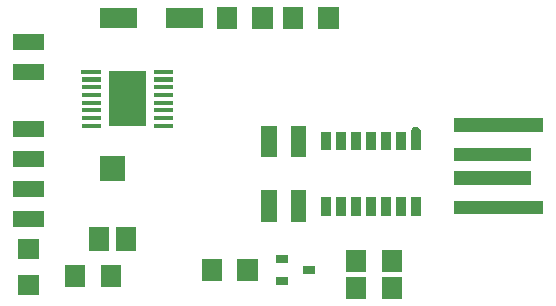
<source format=gbr>
%MOIN*%
%LPD*%
%FSLAX66Y66*%
G01*
G36*
X0229110Y0698401D02*
X0229110Y0751431D01*
X0331159Y0751431D01*
X0331159Y0698401D01*
X0229110Y0698401D01*
X0229110Y0698401D01*
G37*
G36*
X0229110Y0798458D02*
X0229110Y0851489D01*
X0331159Y0851489D01*
X0331159Y0798458D01*
X0229110Y0798458D01*
X0229110Y0798458D01*
G37*
G36*
X0229110Y0898516D02*
X0229110Y0952547D01*
X0331159Y0952547D01*
X0331159Y0898516D01*
X0229110Y0898516D01*
X0229110Y0898516D01*
G37*
G36*
X0229110Y0999574D02*
X0229110Y1051603D01*
X0331159Y1051603D01*
X0331159Y0999574D01*
X0229110Y0999574D01*
X0229110Y0999574D01*
G37*
G36*
X0229110Y1188682D02*
X0229110Y1241712D01*
X0331159Y1241712D01*
X0331159Y1188682D01*
X0229110Y1188682D01*
X0229110Y1188682D01*
G37*
G36*
X0229110Y1288739D02*
X0229110Y1341770D01*
X0331159Y1341770D01*
X0331159Y1288739D01*
X0229110Y1288739D01*
X0229110Y1288739D01*
G37*
G36*
X0457220Y1208693D02*
X0457220Y1209694D01*
X0454218Y1212696D01*
X0454218Y1218699D01*
X0456219Y1220700D01*
X0458220Y1221701D01*
X0521251Y1221701D01*
X0521251Y1208693D01*
X0457220Y1208693D01*
X0457220Y1208693D01*
G37*
G36*
X0459221Y1182679D02*
X0459221Y1196687D01*
X0521251Y1196687D01*
X0521251Y1182679D01*
X0459221Y1182679D01*
X0459221Y1182679D01*
G37*
G36*
X0459221Y1157664D02*
X0459221Y1170672D01*
X0521251Y1170672D01*
X0521251Y1157664D01*
X0459221Y1157664D01*
X0459221Y1157664D01*
G37*
G36*
X0459221Y1131649D02*
X0459221Y1145657D01*
X0521251Y1145657D01*
X0521251Y1131649D01*
X0459221Y1131649D01*
X0459221Y1131649D01*
G37*
G36*
X0459221Y1105634D02*
X0459221Y1119642D01*
X0521251Y1119642D01*
X0521251Y1105634D01*
X0459221Y1105634D01*
X0459221Y1105634D01*
G37*
G36*
X0459221Y1080620D02*
X0459221Y1093627D01*
X0521251Y1093627D01*
X0521251Y1080620D01*
X0459221Y1080620D01*
X0459221Y1080620D01*
G37*
G36*
X0459221Y1054605D02*
X0459221Y1068613D01*
X0521251Y1068613D01*
X0521251Y1054605D01*
X0459221Y1054605D01*
X0459221Y1054605D01*
G37*
G36*
X0459221Y1029591D02*
X0459221Y1042598D01*
X0521251Y1042598D01*
X0521251Y1029591D01*
X0459221Y1029591D01*
X0459221Y1029591D01*
G37*
G36*
X0548264Y1033593D02*
X0548264Y1216698D01*
X0672323Y1216698D01*
X0672323Y1033593D01*
X0548264Y1033593D01*
X0548264Y1033593D01*
G37*
G36*
X0699336Y1029591D02*
X0699336Y1042598D01*
X0761366Y1042598D01*
X0761366Y1029591D01*
X0699336Y1029591D01*
X0699336Y1029591D01*
G37*
G36*
X0699336Y1054605D02*
X0699336Y1068613D01*
X0761366Y1068613D01*
X0761366Y1054605D01*
X0699336Y1054605D01*
X0699336Y1054605D01*
G37*
G36*
X0699336Y1080620D02*
X0699336Y1093627D01*
X0761366Y1093627D01*
X0761366Y1080620D01*
X0699336Y1080620D01*
X0699336Y1080620D01*
G37*
G36*
X0699336Y1105634D02*
X0699336Y1119642D01*
X0761366Y1119642D01*
X0761366Y1105634D01*
X0699336Y1105634D01*
X0699336Y1105634D01*
G37*
G36*
X0699336Y1131649D02*
X0699336Y1145657D01*
X0761366Y1145657D01*
X0761366Y1131649D01*
X0699336Y1131649D01*
X0699336Y1131649D01*
G37*
G36*
X0699336Y1157664D02*
X0699336Y1170672D01*
X0761366Y1170672D01*
X0761366Y1157664D01*
X0699336Y1157664D01*
X0699336Y1157664D01*
G37*
G36*
X0699336Y1182679D02*
X0699336Y1196687D01*
X0761366Y1196687D01*
X0761366Y1182679D01*
X0699336Y1182679D01*
X0699336Y1182679D01*
G37*
G36*
X0699336Y1208693D02*
X0699336Y1221701D01*
X0761366Y1221701D01*
X0761366Y1208693D01*
X0699336Y1208693D01*
X0699336Y1208693D01*
G37*
G36*
X0739355Y1361781D02*
X0739355Y1429820D01*
X0861414Y1429820D01*
X0861414Y1361781D01*
X0739355Y1361781D01*
X0739355Y1361781D01*
G37*
G36*
X0907436Y1359780D02*
X0907436Y1430821D01*
X0973468Y1430821D01*
X0973468Y1359780D01*
X0907436Y1359780D01*
X0907436Y1359780D01*
G37*
G36*
X1026493Y1359780D02*
X1026493Y1430821D01*
X1093526Y1430821D01*
X1093526Y1359780D01*
X1026493Y1359780D01*
X1026493Y1359780D01*
G37*
G36*
X1127542Y1359780D02*
X1127542Y1430821D01*
X1193574Y1430821D01*
X1193574Y1359780D01*
X1127542Y1359780D01*
X1127542Y1359780D01*
G37*
G36*
X1246599Y1359780D02*
X1246599Y1430821D01*
X1314632Y1430821D01*
X1314632Y1359780D01*
X1246599Y1359780D01*
X1246599Y1359780D01*
G37*
G36*
X1253603Y0953547D02*
X1253603Y1016583D01*
X1287619Y1016583D01*
X1287619Y0953547D01*
X1253603Y0953547D01*
X1253603Y0953547D01*
G37*
G36*
X1303627Y0953547D02*
X1303627Y1016583D01*
X1337643Y1016583D01*
X1337643Y0953547D01*
X1303627Y0953547D01*
X1303627Y0953547D01*
G37*
G36*
X1354651Y0953547D02*
X1354651Y1016583D01*
X1386667Y1016583D01*
X1386667Y0953547D01*
X1354651Y0953547D01*
X1354651Y0953547D01*
G37*
G36*
X1403675Y0953547D02*
X1403675Y1016583D01*
X1436691Y1016583D01*
X1436691Y0953547D01*
X1403675Y0953547D01*
X1403675Y0953547D01*
G37*
G36*
X1453699Y0953547D02*
X1453699Y1016583D01*
X1486715Y1016583D01*
X1486715Y0953547D01*
X1453699Y0953547D01*
X1453699Y0953547D01*
G37*
G36*
X1503723Y0953547D02*
X1503723Y1016583D01*
X1537739Y1016583D01*
X1537739Y0953547D01*
X1503723Y0953547D01*
X1503723Y0953547D01*
G37*
G36*
X1553747Y0953547D02*
X1553747Y1017584D01*
X1554747Y1019585D01*
X1554747Y1022587D01*
X1557749Y1026589D01*
X1559750Y1028590D01*
X1562751Y1030591D01*
X1564752Y1031592D01*
X1577758Y1031592D01*
X1581760Y1028590D01*
X1583761Y1026589D01*
X1585762Y1023587D01*
X1586763Y1021586D01*
X1586763Y0953547D01*
X1553747Y0953547D01*
X1553747Y0953547D01*
G37*
G36*
X1698817Y0917526D02*
X1698817Y0960551D01*
X1953939Y0960551D01*
X1953939Y0917526D01*
X1698817Y0917526D01*
X1698817Y0917526D01*
G37*
G36*
X1698817Y0839482D02*
X1698817Y0883507D01*
X1953939Y0883507D01*
X1953939Y0839482D01*
X1698817Y0839482D01*
X1698817Y0839482D01*
G37*
G36*
X1698817Y0740425D02*
X1698817Y0784450D01*
X1993958Y0784450D01*
X1993958Y0740425D01*
X1698817Y0740425D01*
X1698817Y0740425D01*
G37*
G36*
X1553747Y0733421D02*
X1553747Y0797458D01*
X1586763Y0797458D01*
X1586763Y0733421D01*
X1553747Y0733421D01*
X1553747Y0733421D01*
G37*
G36*
X1503723Y0733421D02*
X1503723Y0797458D01*
X1537739Y0797458D01*
X1537739Y0733421D01*
X1503723Y0733421D01*
X1503723Y0733421D01*
G37*
G36*
X1453699Y0733421D02*
X1453699Y0797458D01*
X1486715Y0797458D01*
X1486715Y0733421D01*
X1453699Y0733421D01*
X1453699Y0733421D01*
G37*
G36*
X1403675Y0733421D02*
X1403675Y0797458D01*
X1436691Y0797458D01*
X1436691Y0733421D01*
X1403675Y0733421D01*
X1403675Y0733421D01*
G37*
G36*
X1354651Y0733421D02*
X1354651Y0797458D01*
X1386667Y0797458D01*
X1386667Y0733421D01*
X1354651Y0733421D01*
X1354651Y0733421D01*
G37*
G36*
X1303627Y0733421D02*
X1303627Y0797458D01*
X1337643Y0797458D01*
X1337643Y0733421D01*
X1303627Y0733421D01*
X1303627Y0733421D01*
G37*
G36*
X1253603Y0733421D02*
X1253603Y0797458D01*
X1287619Y0797458D01*
X1287619Y0733421D01*
X1253603Y0733421D01*
X1253603Y0733421D01*
G37*
G36*
X1154555Y0716411D02*
X1154555Y0820471D01*
X1206580Y0820471D01*
X1206580Y0716411D01*
X1154555Y0716411D01*
X1154555Y0716411D01*
G37*
G36*
X1053506Y0716411D02*
X1053506Y0820471D01*
X1107532Y0820471D01*
X1107532Y0716411D01*
X1053506Y0716411D01*
X1053506Y0716411D01*
G37*
G36*
X1104531Y0579332D02*
X1104531Y0606348D01*
X1146551Y0606348D01*
X1146551Y0579332D01*
X1104531Y0579332D01*
X1104531Y0579332D01*
G37*
G36*
X1104531Y0504289D02*
X1104531Y0531305D01*
X1146551Y0531305D01*
X1146551Y0504289D01*
X1104531Y0504289D01*
X1104531Y0504289D01*
G37*
G36*
X1193574Y0542311D02*
X1193574Y0568326D01*
X1236594Y0568326D01*
X1236594Y0542311D01*
X1193574Y0542311D01*
X1193574Y0542311D01*
G37*
G36*
X1336643Y0549315D02*
X1336643Y0620356D01*
X1403675Y0620356D01*
X1403675Y0549315D01*
X1336643Y0549315D01*
X1336643Y0549315D01*
G37*
G36*
X1336643Y0459264D02*
X1336643Y0531305D01*
X1403675Y0531305D01*
X1403675Y0459264D01*
X1336643Y0459264D01*
X1336643Y0459264D01*
G37*
G36*
X1456700Y0459264D02*
X1456700Y0531305D01*
X1524733Y0531305D01*
X1524733Y0459264D01*
X1456700Y0459264D01*
X1456700Y0459264D01*
G37*
G36*
X1456700Y0549315D02*
X1456700Y0620356D01*
X1524733Y0620356D01*
X1524733Y0549315D01*
X1456700Y0549315D01*
X1456700Y0549315D01*
G37*
G36*
X0976469Y0519298D02*
X0976469Y0590339D01*
X1044502Y0590339D01*
X1044502Y0519298D01*
X0976469Y0519298D01*
X0976469Y0519298D01*
G37*
G36*
X0857412Y0519298D02*
X0857412Y0590339D01*
X0923444Y0590339D01*
X0923444Y0519298D01*
X0857412Y0519298D01*
X0857412Y0519298D01*
G37*
G36*
X0572275Y0617354D02*
X0572275Y0697400D01*
X0639307Y0697400D01*
X0639307Y0617354D01*
X0572275Y0617354D01*
X0572275Y0617354D01*
G37*
G36*
X0480231Y0617354D02*
X0480231Y0697400D01*
X0547263Y0697400D01*
X0547263Y0617354D01*
X0480231Y0617354D01*
X0480231Y0617354D01*
G37*
G36*
X0520250Y0499286D02*
X0520250Y0570327D01*
X0588283Y0570327D01*
X0588283Y0499286D01*
X0520250Y0499286D01*
X0520250Y0499286D01*
G37*
G36*
X0400192Y0499286D02*
X0400192Y0570327D01*
X0468225Y0570327D01*
X0468225Y0499286D01*
X0400192Y0499286D01*
X0400192Y0499286D01*
G37*
G36*
X0244117Y0471270D02*
X0244117Y0538309D01*
X0315151Y0538309D01*
X0315151Y0471270D01*
X0244117Y0471270D01*
X0244117Y0471270D01*
G37*
G36*
X0244117Y0591339D02*
X0244117Y0659378D01*
X0315151Y0659378D01*
X0315151Y0591339D01*
X0244117Y0591339D01*
X0244117Y0591339D01*
G37*
G36*
X0519250Y0852489D02*
X0519250Y0933536D01*
X0601289Y0933536D01*
X0601289Y0852489D01*
X0519250Y0852489D01*
X0519250Y0852489D01*
G37*
G36*
X0519250Y1361781D02*
X0519250Y1429820D01*
X0641308Y1429820D01*
X0641308Y1361781D01*
X0519250Y1361781D01*
X0519250Y1361781D01*
G37*
G36*
X1053506Y0930534D02*
X1053506Y1034594D01*
X1107532Y1034594D01*
X1107532Y0930534D01*
X1053506Y0930534D01*
X1053506Y0930534D01*
G37*
G36*
X1154555Y0930534D02*
X1154555Y1034594D01*
X1206580Y1034594D01*
X1206580Y0930534D01*
X1154555Y0930534D01*
X1154555Y0930534D01*
G37*
G36*
X1698817Y1016583D02*
X1698817Y1060609D01*
X1993958Y1060609D01*
X1993958Y1016583D01*
X1698817Y1016583D01*
X1698817Y1016583D01*
G37*
M02*

</source>
